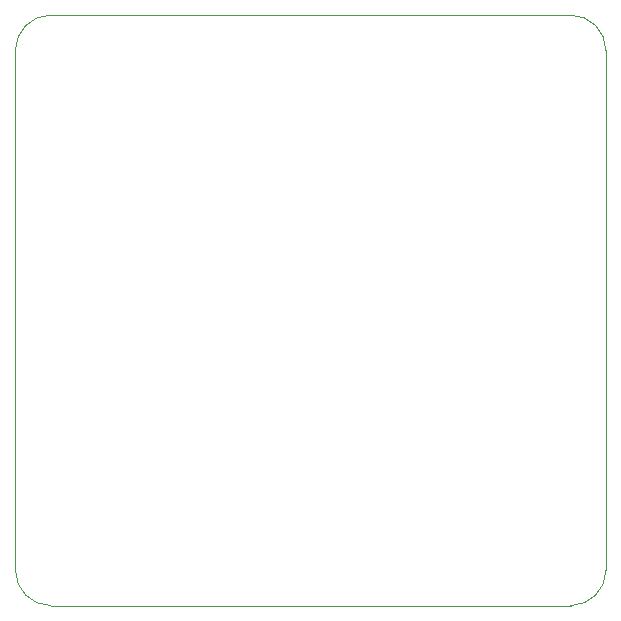
<source format=gbr>
G04 #@! TF.GenerationSoftware,KiCad,Pcbnew,8.0.4*
G04 #@! TF.CreationDate,2024-11-09T11:53:38-08:00*
G04 #@! TF.ProjectId,ASM2806_Breakout,41534d32-3830-4365-9f42-7265616b6f75,rev?*
G04 #@! TF.SameCoordinates,Original*
G04 #@! TF.FileFunction,Profile,NP*
%FSLAX46Y46*%
G04 Gerber Fmt 4.6, Leading zero omitted, Abs format (unit mm)*
G04 Created by KiCad (PCBNEW 8.0.4) date 2024-11-09 11:53:38*
%MOMM*%
%LPD*%
G01*
G04 APERTURE LIST*
G04 #@! TA.AperFunction,Profile*
%ADD10C,0.100000*%
G04 #@! TD*
G04 APERTURE END LIST*
D10*
X126177500Y-147500000D02*
X170177500Y-147500000D01*
X126177500Y-147500000D02*
G75*
G02*
X123177500Y-144500000I0J3000000D01*
G01*
X123177500Y-100500000D02*
X123177500Y-144500000D01*
X173177500Y-144500000D02*
G75*
G02*
X170177500Y-147500000I-3000000J0D01*
G01*
X123177500Y-100500000D02*
G75*
G02*
X126177500Y-97500000I3000000J0D01*
G01*
X170177500Y-97500000D02*
X126177500Y-97500000D01*
X173177500Y-144500000D02*
X173177500Y-100500000D01*
X170177500Y-97500000D02*
G75*
G02*
X173177500Y-100500000I0J-3000000D01*
G01*
M02*

</source>
